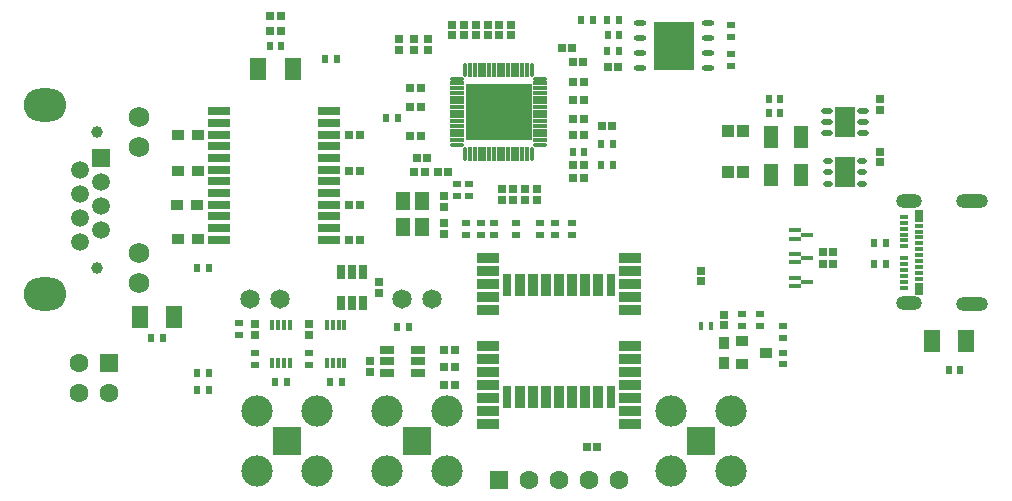
<source format=gts>
G04*
G04 #@! TF.GenerationSoftware,Altium Limited,Altium Designer,24.4.1 (13)*
G04*
G04 Layer_Color=8388736*
%FSLAX44Y44*%
%MOMM*%
G71*
G04*
G04 #@! TF.SameCoordinates,F44D32EE-D624-4937-AF30-22848A2776C4*
G04*
G04*
G04 #@! TF.FilePolarity,Negative*
G04*
G01*
G75*
G04:AMPARAMS|DCode=22|XSize=1.05mm|YSize=0.45mm|CornerRadius=0.225mm|HoleSize=0mm|Usage=FLASHONLY|Rotation=180.000|XOffset=0mm|YOffset=0mm|HoleType=Round|Shape=RoundedRectangle|*
%AMROUNDEDRECTD22*
21,1,1.0500,0.0000,0,0,180.0*
21,1,0.6000,0.4500,0,0,180.0*
1,1,0.4500,-0.3000,0.0000*
1,1,0.4500,0.3000,0.0000*
1,1,0.4500,0.3000,0.0000*
1,1,0.4500,-0.3000,0.0000*
%
%ADD22ROUNDEDRECTD22*%
%ADD23R,3.5000X4.1000*%
%ADD46R,0.9000X1.0000*%
%ADD49R,0.7000X0.7400*%
%ADD50R,1.9500X0.7500*%
%ADD51R,1.0000X0.9000*%
%ADD52R,1.4000X1.9000*%
%ADD53R,0.6000X0.7000*%
%ADD54R,0.7000X0.6000*%
%ADD55R,0.4000X0.9000*%
%ADD56R,1.9000X0.9000*%
%ADD57R,0.4500X0.7500*%
%ADD58R,0.7400X0.7000*%
%ADD59R,1.0000X0.9000*%
%ADD60R,0.8000X1.9000*%
%ADD61R,0.9000X1.9000*%
%ADD62R,0.7000X1.2500*%
%ADD63R,1.2500X0.7000*%
%ADD64R,1.0144X0.3032*%
%ADD65R,1.0144X0.3540*%
%ADD66R,1.2000X0.3000*%
%ADD67O,0.8000X0.5000*%
%ADD68R,1.7500X2.5000*%
%ADD69O,1.0000X0.5000*%
%ADD70R,0.8000X0.4000*%
%ADD71R,0.8000X1.1000*%
G04:AMPARAMS|DCode=72|XSize=0.3mm|YSize=1.2mm|CornerRadius=0.1mm|HoleSize=0mm|Usage=FLASHONLY|Rotation=90.000|XOffset=0mm|YOffset=0mm|HoleType=Round|Shape=RoundedRectangle|*
%AMROUNDEDRECTD72*
21,1,0.3000,1.0000,0,0,90.0*
21,1,0.1000,1.2000,0,0,90.0*
1,1,0.2000,0.5000,0.0500*
1,1,0.2000,0.5000,-0.0500*
1,1,0.2000,-0.5000,-0.0500*
1,1,0.2000,-0.5000,0.0500*
%
%ADD72ROUNDEDRECTD72*%
G04:AMPARAMS|DCode=73|XSize=0.3mm|YSize=1.2mm|CornerRadius=0.1mm|HoleSize=0mm|Usage=FLASHONLY|Rotation=0.000|XOffset=0mm|YOffset=0mm|HoleType=Round|Shape=RoundedRectangle|*
%AMROUNDEDRECTD73*
21,1,0.3000,1.0000,0,0,0.0*
21,1,0.1000,1.2000,0,0,0.0*
1,1,0.2000,0.0500,-0.5000*
1,1,0.2000,-0.0500,-0.5000*
1,1,0.2000,-0.0500,0.5000*
1,1,0.2000,0.0500,0.5000*
%
%ADD73ROUNDEDRECTD73*%
%ADD74R,0.3000X1.2000*%
%ADD75R,5.7000X4.7000*%
%ADD76R,1.0000X1.1000*%
%ADD77R,1.3000X1.5000*%
%ADD78R,1.3000X1.8500*%
%ADD79R,1.6000X1.6000*%
%ADD80C,1.6000*%
%ADD81C,1.0000*%
%ADD82O,3.6000X2.8000*%
%ADD83C,1.7500*%
%ADD84C,1.5000*%
%ADD85R,1.5000X1.5000*%
%ADD86C,1.6400*%
%ADD87C,2.6500*%
%ADD88R,2.3500X2.3500*%
%ADD89O,2.7000X1.2000*%
%ADD90O,2.2000X1.2000*%
%ADD91C,0.1000*%
D22*
X981000Y765950D02*
D03*
Y778650D02*
D03*
Y791350D02*
D03*
Y804050D02*
D03*
X924000D02*
D03*
Y791350D02*
D03*
Y778650D02*
D03*
Y765950D02*
D03*
D23*
X952500Y785000D02*
D03*
D46*
X995000Y533500D02*
D03*
Y516500D02*
D03*
D49*
X610600Y797500D02*
D03*
X619400D02*
D03*
X610600Y810000D02*
D03*
X619400D02*
D03*
X905400Y767000D02*
D03*
X896600D02*
D03*
X677600Y620000D02*
D03*
X686400D02*
D03*
Y650000D02*
D03*
X677600D02*
D03*
X686400Y679000D02*
D03*
X677600D02*
D03*
X686400Y709000D02*
D03*
X677600D02*
D03*
X866400Y783000D02*
D03*
X857600D02*
D03*
X766900Y527500D02*
D03*
X758100D02*
D03*
Y512500D02*
D03*
X766900D02*
D03*
X1078600Y600000D02*
D03*
X1087400D02*
D03*
X1078600Y610000D02*
D03*
X1087400D02*
D03*
X867258Y738500D02*
D03*
X876058D02*
D03*
X867158Y709000D02*
D03*
X875958D02*
D03*
X878600Y445000D02*
D03*
X887400D02*
D03*
X758100Y497500D02*
D03*
X766900D02*
D03*
X732600Y678000D02*
D03*
X741400D02*
D03*
X734600Y690000D02*
D03*
X743400D02*
D03*
X761400Y678000D02*
D03*
X752600D02*
D03*
X891158Y717000D02*
D03*
X899958D02*
D03*
X729158Y733000D02*
D03*
X737958D02*
D03*
X729158Y708000D02*
D03*
X737958D02*
D03*
X875958Y673000D02*
D03*
X867158D02*
D03*
X729158Y749000D02*
D03*
X737958D02*
D03*
X875958Y754000D02*
D03*
X867158D02*
D03*
X875400Y771000D02*
D03*
X866600D02*
D03*
X867158Y723000D02*
D03*
X875958D02*
D03*
Y684000D02*
D03*
X867158D02*
D03*
D50*
X567500Y620500D02*
D03*
Y630400D02*
D03*
Y640320D02*
D03*
Y650220D02*
D03*
Y660140D02*
D03*
Y670040D02*
D03*
Y679960D02*
D03*
Y689860D02*
D03*
Y699780D02*
D03*
Y709680D02*
D03*
Y719600D02*
D03*
Y729500D02*
D03*
X660500D02*
D03*
Y719600D02*
D03*
Y709680D02*
D03*
Y699780D02*
D03*
Y689860D02*
D03*
Y679960D02*
D03*
Y670040D02*
D03*
Y660140D02*
D03*
Y650220D02*
D03*
Y640320D02*
D03*
Y630400D02*
D03*
Y620500D02*
D03*
D51*
X532500Y709000D02*
D03*
X549500D02*
D03*
X532500Y679000D02*
D03*
X549500D02*
D03*
X531500Y650000D02*
D03*
X548500D02*
D03*
X532500Y621000D02*
D03*
X549500D02*
D03*
D52*
X529500Y555000D02*
D03*
X500500D02*
D03*
X600500Y765000D02*
D03*
X629500D02*
D03*
X1199500Y535000D02*
D03*
X1170500D02*
D03*
D53*
X520000Y537000D02*
D03*
X510000D02*
D03*
X671000Y500000D02*
D03*
X661000D02*
D03*
X559000Y493000D02*
D03*
X549000D02*
D03*
X625000Y500000D02*
D03*
X615000D02*
D03*
X620000Y785000D02*
D03*
X610000D02*
D03*
X900558Y702000D02*
D03*
X890558D02*
D03*
X906000Y780000D02*
D03*
X896000D02*
D03*
X895942Y807000D02*
D03*
X905942D02*
D03*
X1122000Y618000D02*
D03*
X1132000D02*
D03*
Y600000D02*
D03*
X1122000D02*
D03*
X1042500Y740000D02*
D03*
X1032500D02*
D03*
X1032500Y727500D02*
D03*
X1042500D02*
D03*
X559000Y508000D02*
D03*
X549000D02*
D03*
X1185000Y510000D02*
D03*
X1195000D02*
D03*
X896250Y794250D02*
D03*
X906250D02*
D03*
X876558Y695000D02*
D03*
X866558D02*
D03*
X890558Y684000D02*
D03*
X900558D02*
D03*
X718000Y547000D02*
D03*
X728000D02*
D03*
X657000Y773500D02*
D03*
X667000D02*
D03*
X884000Y807000D02*
D03*
X874000D02*
D03*
X719000Y724000D02*
D03*
X709000D02*
D03*
X549000Y597000D02*
D03*
X559000D02*
D03*
D54*
X1001000Y802000D02*
D03*
Y792000D02*
D03*
X776000Y625000D02*
D03*
Y635000D02*
D03*
X789000D02*
D03*
Y625000D02*
D03*
X1025000Y557500D02*
D03*
Y547500D02*
D03*
X1010000D02*
D03*
Y557500D02*
D03*
X1045000Y515000D02*
D03*
Y525000D02*
D03*
Y537500D02*
D03*
Y547500D02*
D03*
X597500Y524500D02*
D03*
Y514500D02*
D03*
X643443Y524482D02*
D03*
Y514483D02*
D03*
X779000Y657500D02*
D03*
Y667500D02*
D03*
X769000D02*
D03*
Y657500D02*
D03*
X1001000Y778000D02*
D03*
Y768000D02*
D03*
X800000Y625000D02*
D03*
Y635000D02*
D03*
X866500Y625000D02*
D03*
Y635000D02*
D03*
X851500D02*
D03*
Y625000D02*
D03*
X819000Y635000D02*
D03*
Y625000D02*
D03*
X584000Y540000D02*
D03*
Y550000D02*
D03*
X839000Y635000D02*
D03*
Y625000D02*
D03*
D55*
X612500Y548000D02*
D03*
X617500D02*
D03*
X622500D02*
D03*
X627500D02*
D03*
Y516000D02*
D03*
X622500D02*
D03*
X617500D02*
D03*
X612500D02*
D03*
X658443Y515983D02*
D03*
X663443D02*
D03*
X668443D02*
D03*
X673443D02*
D03*
Y547982D02*
D03*
X668443D02*
D03*
X663443D02*
D03*
X658443D02*
D03*
D56*
X795000Y465000D02*
D03*
Y476000D02*
D03*
Y487000D02*
D03*
Y498000D02*
D03*
Y509000D02*
D03*
Y520000D02*
D03*
Y531000D02*
D03*
Y561000D02*
D03*
Y572000D02*
D03*
Y583000D02*
D03*
Y594000D02*
D03*
Y605000D02*
D03*
X915000D02*
D03*
Y594000D02*
D03*
Y583000D02*
D03*
Y572000D02*
D03*
Y561000D02*
D03*
Y531000D02*
D03*
Y520000D02*
D03*
Y509000D02*
D03*
Y498000D02*
D03*
Y487000D02*
D03*
Y476000D02*
D03*
Y465000D02*
D03*
D57*
X983500Y547500D02*
D03*
X975000D02*
D03*
D58*
X995000Y556900D02*
D03*
Y548100D02*
D03*
X597500Y548900D02*
D03*
Y540100D02*
D03*
X643443Y548883D02*
D03*
Y540083D02*
D03*
X695000Y517500D02*
D03*
Y508700D02*
D03*
X703000Y575600D02*
D03*
Y584400D02*
D03*
X826558Y663400D02*
D03*
Y654600D02*
D03*
X836558Y654600D02*
D03*
Y663400D02*
D03*
X1127002Y730770D02*
D03*
Y739570D02*
D03*
X975000Y585600D02*
D03*
Y594400D02*
D03*
X744558Y781600D02*
D03*
Y790400D02*
D03*
X1127002Y695170D02*
D03*
Y686370D02*
D03*
X816558Y663400D02*
D03*
Y654600D02*
D03*
X814558Y793600D02*
D03*
Y802400D02*
D03*
X757500Y625600D02*
D03*
Y634400D02*
D03*
Y657500D02*
D03*
Y648700D02*
D03*
X732058Y790400D02*
D03*
Y781600D02*
D03*
X804558Y793600D02*
D03*
Y802400D02*
D03*
X719558Y790400D02*
D03*
Y781600D02*
D03*
X794558Y802400D02*
D03*
Y793600D02*
D03*
X774558D02*
D03*
Y802400D02*
D03*
X784558D02*
D03*
Y793600D02*
D03*
X764558Y802400D02*
D03*
Y793600D02*
D03*
X806558Y654600D02*
D03*
Y663400D02*
D03*
D59*
X1030000Y525000D02*
D03*
X1010000Y515500D02*
D03*
Y534500D02*
D03*
D60*
X811000Y582500D02*
D03*
X899000D02*
D03*
Y487500D02*
D03*
X811000D02*
D03*
D61*
X822000Y582500D02*
D03*
X833000D02*
D03*
X844000D02*
D03*
X855000D02*
D03*
X866000D02*
D03*
X877000D02*
D03*
X888000D02*
D03*
Y487500D02*
D03*
X877000D02*
D03*
X866000D02*
D03*
X855000D02*
D03*
X844000D02*
D03*
X833000D02*
D03*
X822000D02*
D03*
D62*
X670500Y567000D02*
D03*
X680000D02*
D03*
X689500D02*
D03*
Y593000D02*
D03*
X680000D02*
D03*
X670500D02*
D03*
D63*
X735500Y508000D02*
D03*
Y517500D02*
D03*
Y527000D02*
D03*
X709500D02*
D03*
Y517500D02*
D03*
Y508000D02*
D03*
D64*
X1065080Y585000D02*
D03*
Y605000D02*
D03*
Y625000D02*
D03*
D65*
X1054920Y581444D02*
D03*
Y588556D02*
D03*
Y601444D02*
D03*
Y608556D02*
D03*
Y621444D02*
D03*
Y628556D02*
D03*
D66*
X768409Y705000D02*
D03*
Y709000D02*
D03*
Y753000D02*
D03*
Y749000D02*
D03*
Y745000D02*
D03*
Y741000D02*
D03*
Y737000D02*
D03*
Y733000D02*
D03*
Y729000D02*
D03*
Y725000D02*
D03*
Y721000D02*
D03*
Y717000D02*
D03*
Y713000D02*
D03*
X839409Y705000D02*
D03*
Y709000D02*
D03*
Y713000D02*
D03*
Y717000D02*
D03*
Y721000D02*
D03*
Y725000D02*
D03*
Y729000D02*
D03*
Y733000D02*
D03*
Y737000D02*
D03*
Y741000D02*
D03*
Y745000D02*
D03*
Y749000D02*
D03*
Y753000D02*
D03*
D67*
X1082752Y668170D02*
D03*
Y677670D02*
D03*
Y687170D02*
D03*
X1111252Y668170D02*
D03*
Y687170D02*
D03*
Y677670D02*
D03*
D68*
X1097002D02*
D03*
X1097002Y720170D02*
D03*
D69*
X1081752Y710670D02*
D03*
Y720170D02*
D03*
Y729670D02*
D03*
X1112252Y710670D02*
D03*
Y729670D02*
D03*
Y720170D02*
D03*
D70*
X1160000Y607500D02*
D03*
Y587500D02*
D03*
Y592500D02*
D03*
Y597500D02*
D03*
Y602500D02*
D03*
Y612500D02*
D03*
Y617500D02*
D03*
Y622500D02*
D03*
Y627500D02*
D03*
Y632500D02*
D03*
X1147000Y615000D02*
D03*
Y640000D02*
D03*
Y635000D02*
D03*
Y630000D02*
D03*
Y625000D02*
D03*
Y620000D02*
D03*
Y580000D02*
D03*
Y605000D02*
D03*
Y600000D02*
D03*
Y595000D02*
D03*
Y590000D02*
D03*
Y585000D02*
D03*
D71*
X1160000Y579000D02*
D03*
X1160100Y641000D02*
D03*
D72*
X768409Y757000D02*
D03*
Y701000D02*
D03*
X839409D02*
D03*
Y757000D02*
D03*
D73*
X775909Y693500D02*
D03*
X831909D02*
D03*
Y764500D02*
D03*
X775909D02*
D03*
D74*
X779909Y693500D02*
D03*
X783909D02*
D03*
X787909D02*
D03*
X791909D02*
D03*
X795909D02*
D03*
X799909D02*
D03*
X803909D02*
D03*
X807909D02*
D03*
X811909D02*
D03*
X815909D02*
D03*
X819909D02*
D03*
X823909D02*
D03*
X827909D02*
D03*
Y764500D02*
D03*
X823909D02*
D03*
X819909D02*
D03*
X815909D02*
D03*
X811909D02*
D03*
X807909D02*
D03*
X803909D02*
D03*
X799909D02*
D03*
X795909D02*
D03*
X791909D02*
D03*
X787909D02*
D03*
X783909D02*
D03*
X779909D02*
D03*
D75*
X803909Y729000D02*
D03*
D76*
X997752Y712670D02*
D03*
X1011252D02*
D03*
X997752Y677670D02*
D03*
X1011252D02*
D03*
D77*
X723220Y653500D02*
D03*
X739220D02*
D03*
X723220Y631500D02*
D03*
X739220D02*
D03*
D78*
X1034252Y675170D02*
D03*
X1059752D02*
D03*
Y707670D02*
D03*
X1034252D02*
D03*
D79*
X474400Y516400D02*
D03*
X804200Y417500D02*
D03*
D80*
X474400Y491000D02*
D03*
X449000Y516400D02*
D03*
Y491000D02*
D03*
X880400Y417500D02*
D03*
X905800D02*
D03*
X855000D02*
D03*
X829600D02*
D03*
D81*
X463700Y596900D02*
D03*
Y711700D02*
D03*
D82*
X420200Y574300D02*
D03*
Y734300D02*
D03*
D83*
X499700Y584200D02*
D03*
Y609600D02*
D03*
Y699000D02*
D03*
Y724400D02*
D03*
D84*
X449200Y618600D02*
D03*
X467000Y628800D02*
D03*
X449200Y639000D02*
D03*
X467000Y649200D02*
D03*
X449200Y659400D02*
D03*
X467000Y669600D02*
D03*
X449200Y679800D02*
D03*
D85*
X467000Y690000D02*
D03*
D86*
X747700Y570000D02*
D03*
X722300D02*
D03*
X618700D02*
D03*
X593300D02*
D03*
D87*
X709600Y475400D02*
D03*
X760400D02*
D03*
Y424600D02*
D03*
X709600D02*
D03*
X599600Y475400D02*
D03*
X650400D02*
D03*
Y424600D02*
D03*
X599600D02*
D03*
X949600D02*
D03*
X1000400D02*
D03*
Y475400D02*
D03*
X949600D02*
D03*
D88*
X735000Y450000D02*
D03*
X625000D02*
D03*
X975000D02*
D03*
D89*
X1204600Y566600D02*
D03*
Y653000D02*
D03*
D90*
X1151100Y566800D02*
D03*
Y653200D02*
D03*
D91*
X550000Y435000D02*
D03*
Y785000D02*
D03*
X1050000D02*
D03*
Y435000D02*
D03*
M02*

</source>
